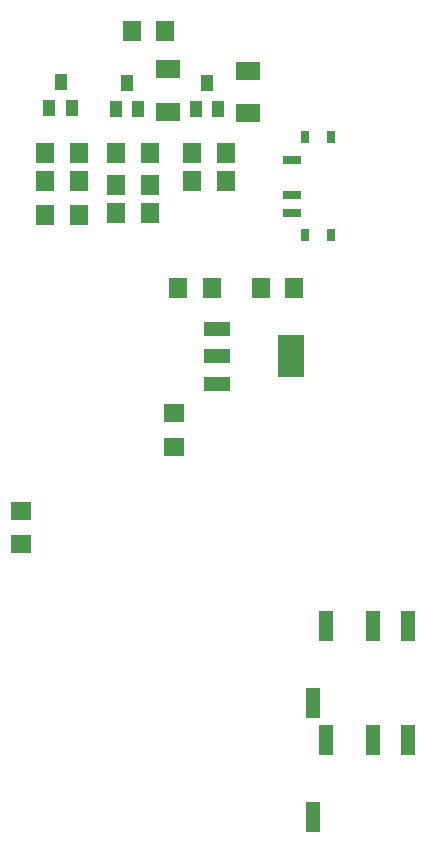
<source format=gbr>
G04 EAGLE Gerber RS-274X export*
G75*
%MOMM*%
%FSLAX34Y34*%
%LPD*%
%INSolderpaste Bottom*%
%IPPOS*%
%AMOC8*
5,1,8,0,0,1.08239X$1,22.5*%
G01*
%ADD10R,2.235200X1.219200*%
%ADD11R,2.200000X3.600000*%
%ADD12R,1.600000X1.803000*%
%ADD13R,1.803000X1.600000*%
%ADD14R,1.000000X1.400000*%
%ADD15R,2.100000X1.500000*%
%ADD16R,1.200000X2.500000*%
%ADD17R,0.800000X1.000000*%
%ADD18R,1.500000X0.700000*%


D10*
X331512Y501886D03*
X331512Y525000D03*
X331512Y548114D03*
D11*
X393490Y525000D03*
D12*
X298280Y582500D03*
X326720Y582500D03*
X368280Y582500D03*
X396720Y582500D03*
D13*
X295000Y448280D03*
X295000Y476720D03*
X165000Y394220D03*
X165000Y365780D03*
D12*
X185780Y645000D03*
X214220Y645000D03*
X245780Y646184D03*
X274220Y646184D03*
X287220Y800500D03*
X258780Y800500D03*
D14*
X198684Y757184D03*
X189184Y735184D03*
X208184Y735184D03*
D12*
X185780Y697500D03*
X214220Y697500D03*
X214220Y673684D03*
X185780Y673684D03*
D14*
X255000Y756000D03*
X245500Y734000D03*
X264500Y734000D03*
D12*
X245780Y697500D03*
X274220Y697500D03*
X274220Y670132D03*
X245780Y670132D03*
D14*
X322500Y756000D03*
X313000Y734000D03*
X332000Y734000D03*
D12*
X310280Y697500D03*
X338720Y697500D03*
X338720Y673500D03*
X310280Y673500D03*
D15*
X290000Y732000D03*
X290000Y768000D03*
X357500Y730949D03*
X357500Y766949D03*
D16*
X423000Y296449D03*
X412000Y231449D03*
X463000Y296449D03*
X493000Y296449D03*
X423000Y200000D03*
X412000Y135000D03*
X463000Y200000D03*
X493000Y200000D03*
D17*
X406000Y710500D03*
X428000Y710500D03*
X428000Y627500D03*
X406000Y627500D03*
D18*
X394500Y691500D03*
X394500Y661500D03*
X394500Y646500D03*
M02*

</source>
